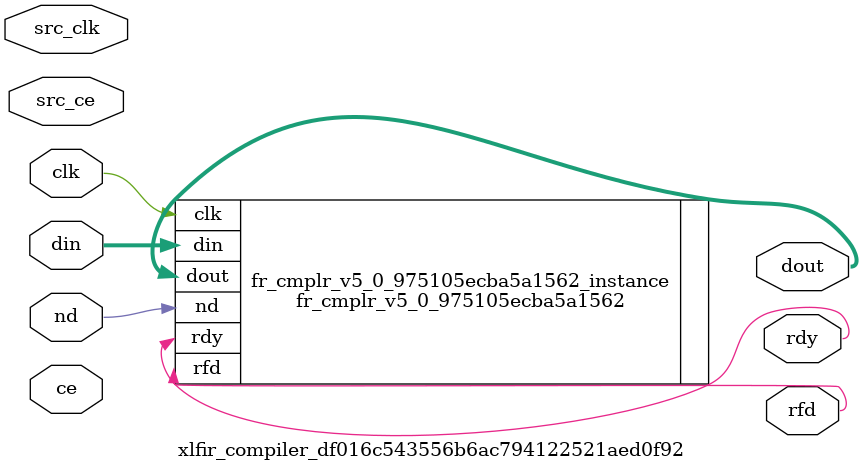
<source format=v>

`ifndef simulating
  `define simulating 1
`endif
// synopsys translate_on
`ifndef simulating
  `define simulating 0
`endif
`ifndef xlUnsigned
 `define xlUnsigned 1
`endif
`ifndef xlSigned
 `define xlSigned 2
`endif
`ifndef xlFloat
 `define xlFloat 3
`endif
`ifndef xlWrap
 `define xlWrap 1
`endif
`ifndef xlSaturate
 `define xlSaturate 2
`endif
`ifndef xlTruncate
 `define xlTruncate 1
`endif
`ifndef xlRound
 `define xlRound 2
`endif
`ifndef xlRoundBanker
 `define xlRoundBanker 3
`endif
`ifndef xlAddMode
 `define xlAddMode 1
`endif
`ifndef xlSubMode
 `define xlSubMode 2
`endif
`ifndef xlConvPkgIncluded
 `define xlConvPkgIncluded 1
`endif

//-----------------------------------------------------------------
// System Generator version 14.6 VERILOG source file.
//
// Copyright(C) 2013 by Xilinx, Inc.  All rights reserved.  This
// text/file contains proprietary, confidential information of Xilinx,
// Inc., is distributed under license from Xilinx, Inc., and may be used,
// copied and/or disclosed only pursuant to the terms of a valid license
// agreement with Xilinx, Inc.  Xilinx hereby grants you a license to use
// this text/file solely for design, simulation, implementation and
// creation of design files limited to Xilinx devices or technologies.
// Use with non-Xilinx devices or technologies is expressly prohibited
// and immediately terminates your license unless covered by a separate
// agreement.
//
// Xilinx is providing this design, code, or information "as is" solely
// for use in developing programs and solutions for Xilinx devices.  By
// providing this design, code, or information as one possible
// implementation of this feature, application or standard, Xilinx is
// making no representation that this implementation is free from any
// claims of infringement.  You are responsible for obtaining any rights
// you may require for your implementation.  Xilinx expressly disclaims
// any warranty whatsoever with respect to the adequacy of the
// implementation, including but not limited to warranties of
// merchantability or fitness for a particular purpose.
//
// Xilinx products are not intended for use in life support appliances,
// devices, or systems.  Use in such applications is expressly prohibited.
//
// Any modifications that are made to the source code are done at the user's
// sole risk and will be unsupported.
//
// This copyright and support notice must be retained as part of this
// text at all times.  (c) Copyright 1995-2013 Xilinx, Inc.  All rights
// reserved.
//-----------------------------------------------------------------
`timescale 1 ns / 10 ps
module srl17e (clk, ce, d, q);
    parameter width = 16;
    parameter latency = 8;
    input clk, ce;
    input [width-1:0] d;
    output [width-1:0] q;
    parameter signed [5:0] a = latency - 2;
    wire[width - 1:0] #0.2 d_delayed;
    wire[width - 1:0] srl16_out;
    genvar i;
    assign d_delayed = d ;
    generate
      for(i=0; i<width; i=i+1)
      begin:reg_array
            if (latency > 1)
                begin: has_2_latency
                 SRL16E u1 (.CLK(clk), .D(d_delayed[i]), .Q(srl16_out[i]), .CE(ce), .A0(a[0]), .A1(a[1]), .A2(a[2]), .A3(a[3]));
                end
            if (latency <= 1)
                begin: has_1_latency
                 assign srl16_out[i] = d_delayed[i];
                end
            if (latency != 0)
                begin: has_latency
                 FDE u2 (.C(clk), .D(srl16_out[i]), .Q(q[i]), .CE(ce));
                end
            if (latency == 0)
                begin:has_0_latency
                 assign q[i] = srl16_out[i];
                end
        end
    endgenerate
endmodule
module synth_reg (i, ce, clr, clk, o);
   parameter width  = 8;
   parameter latency  = 1;
   input[width - 1:0] i;
   input ce,clr,clk;
   output[width - 1:0] o;
   parameter complete_num_srl17es = latency/17;
   parameter remaining_latency = latency%17;
   parameter temp_num_srl17es = (latency/17) + ((latency%17)?1:0);
   parameter num_srl17es = temp_num_srl17es ? temp_num_srl17es : 1;
   wire [width - 1:0] z [0:num_srl17es-1];
   genvar t;
    generate
      if (latency <= 17)
          begin:has_only_1
              srl17e #(width, latency) srl17e_array0(.clk(clk), .ce(ce), .d(i), .q(o));
          end
     endgenerate
    generate
     if (latency > 17)
        begin:has_1
             assign o = z[num_srl17es-1];
             srl17e #(width, 17) srl17e_array0(.clk(clk), .ce(ce), .d(i), .q(z[0]));
        end
   endgenerate
   generate
      if (latency > 17)
          begin:more_than_1
              for (t=1; t < complete_num_srl17es; t=t+1)
                begin:left_complete_ones
                   srl17e #(width, 17) srl17e_array(.clk(clk), .ce(ce), .d(z[t-1]), .q(z[t]));
                end
          end
   endgenerate
   generate
     if ((remaining_latency > 0) && (latency>17))
          begin:remaining_ones
             srl17e #(width, (latency%17)) last_srl17e (.clk(clk), .ce(ce), .d(z[num_srl17es-2]), .q(z[num_srl17es-1]));
          end
   endgenerate
endmodule
module synth_reg_reg (i, ce, clr, clk, o);
   parameter width  = 8;
   parameter latency  = 1;
   input[width - 1:0] i;
   input ce, clr, clk;
   output[width - 1:0] o;
   wire[width - 1:0] o;
   genvar idx;
   reg[width - 1:0] reg_bank [latency:0];
   integer j;
   initial
     begin
        for (j=0; j < latency+1; j=j+1)
          begin
             reg_bank[j] = {width{1'b0}};
          end
     end

   generate
     if (latency == 0)
        begin:has_0_latency
         assign o = i;
       end
   endgenerate

   always @(i)
        begin
             reg_bank[0] = i;
         end
   generate
     if (latency > 0)
        begin:more_than_1
            assign o = reg_bank[latency];
         for (idx=0; idx < latency; idx=idx+1) begin:sync_loop
            always @(posedge clk)
                begin
                 if(clr)
                    begin
                      for (j=0; j < latency+1; j=j+1)
                        begin
                          reg_bank[j] = {width{1'b0}};
                       end
                    end
                 else if (ce)
                    begin
                        reg_bank[idx+1] <= reg_bank[idx] ;
                    end
               end
        end
      end
   endgenerate
endmodule

//-----------------------------------------------------------------
// System Generator version 14.6 VERILOG source file.
//
// Copyright(C) 2013 by Xilinx, Inc.  All rights reserved.  This
// text/file contains proprietary, confidential information of Xilinx,
// Inc., is distributed under license from Xilinx, Inc., and may be used,
// copied and/or disclosed only pursuant to the terms of a valid license
// agreement with Xilinx, Inc.  Xilinx hereby grants you a license to use
// this text/file solely for design, simulation, implementation and
// creation of design files limited to Xilinx devices or technologies.
// Use with non-Xilinx devices or technologies is expressly prohibited
// and immediately terminates your license unless covered by a separate
// agreement.
//
// Xilinx is providing this design, code, or information "as is" solely
// for use in developing programs and solutions for Xilinx devices.  By
// providing this design, code, or information as one possible
// implementation of this feature, application or standard, Xilinx is
// making no representation that this implementation is free from any
// claims of infringement.  You are responsible for obtaining any rights
// you may require for your implementation.  Xilinx expressly disclaims
// any warranty whatsoever with respect to the adequacy of the
// implementation, including but not limited to warranties of
// merchantability or fitness for a particular purpose.
//
// Xilinx products are not intended for use in life support appliances,
// devices, or systems.  Use in such applications is expressly prohibited.
//
// Any modifications that are made to the source code are done at the user's
// sole risk and will be unsupported.
//
// This copyright and support notice must be retained as part of this
// text at all times.  (c) Copyright 1995-2013 Xilinx, Inc.  All rights
// reserved.
//-----------------------------------------------------------------
`timescale 1 ns / 10 ps
module synth_reg_w_init (i, ce, clr, clk, o);
   parameter width  = 8;
   parameter init_index  = 0;
   parameter [width-1 : 0] init_value  = 'b0000;
   parameter latency  = 1;

   input[width - 1:0] i;
   input ce, clr, clk;
   output[width - 1:0] o;
   wire[(latency + 1) * width - 1:0] dly_i;
   wire #0.2 dly_clr;
   genvar index;

   generate
     if (latency == 0)
        begin:has_0_latency
         assign o = i;
        end
     else
        begin:has_latency
         assign dly_i[(latency + 1) * width - 1:latency * width] = i ;
         assign dly_clr = clr ;
         for (index=1; index<=latency; index=index+1)
           begin:fd_array
// synopsys translate_off
             defparam reg_comp_1.width = width;
             defparam reg_comp_1.init_index = init_index;
             defparam reg_comp_1.init_value = init_value;
// synopsys translate_on
             single_reg_w_init #(width, init_index, init_value)
               reg_comp_1(.clk(clk),
                          .i(dly_i[(index + 1)*width-1:index*width]),
                          .o(dly_i[index * width - 1:(index - 1) * width]),
                          .ce(ce),
                          .clr(dly_clr));
             end
        assign o = dly_i[width-1:0];
       end
   endgenerate
endmodule
module single_reg_w_init (i, ce, clr, clk, o);
   parameter width  = 8;
   parameter init_index  = 0;
   parameter [width-1 : 0] init_value  = 8'b00000000;
   input[width - 1:0] i;
   input ce;
   input clr;
   input clk;
   output[width - 1:0] o;
   parameter [0:0] init_index_val = (init_index ==  1) ? 1'b1 : 1'b0;
   parameter [width-1:0] result = (width > 1) ? { {(width-1){1'b0}}, init_index_val } : init_index_val;
   parameter [width-1:0] init_const = (init_index > 1) ? init_value : result;
   wire[width - 1:0] o;
   genvar index;

   generate
     for (index=0;index < width; index=index+1) begin:fd_prim_array
          if (init_const[index] == 0)
            begin:rst_comp
              FDRE fdre_comp(.C(clk),
                             .D(i[index]),
                             .Q(o[index]),
                             .CE(ce),
                             .R(clr));
            end
          else
            begin:set_comp
             FDSE fdse_comp(.C(clk),
                            .D(i[index]),
                            .Q(o[index]),
                            .CE(ce),
                            .S(clr));
            end
    end
   endgenerate
endmodule

//-----------------------------------------------------------------
// System Generator version 14.6 VERILOG source file.
//
// Copyright(C) 2013 by Xilinx, Inc.  All rights reserved.  This
// text/file contains proprietary, confidential information of Xilinx,
// Inc., is distributed under license from Xilinx, Inc., and may be used,
// copied and/or disclosed only pursuant to the terms of a valid license
// agreement with Xilinx, Inc.  Xilinx hereby grants you a license to use
// this text/file solely for design, simulation, implementation and
// creation of design files limited to Xilinx devices or technologies.
// Use with non-Xilinx devices or technologies is expressly prohibited
// and immediately terminates your license unless covered by a separate
// agreement.
//
// Xilinx is providing this design, code, or information "as is" solely
// for use in developing programs and solutions for Xilinx devices.  By
// providing this design, code, or information as one possible
// implementation of this feature, application or standard, Xilinx is
// making no representation that this implementation is free from any
// claims of infringement.  You are responsible for obtaining any rights
// you may require for your implementation.  Xilinx expressly disclaims
// any warranty whatsoever with respect to the adequacy of the
// implementation, including but not limited to warranties of
// merchantability or fitness for a particular purpose.
//
// Xilinx products are not intended for use in life support appliances,
// devices, or systems.  Use in such applications is expressly prohibited.
//
// Any modifications that are made to the source code are done at the user's
// sole risk and will be unsupported.
//
// This copyright and support notice must be retained as part of this
// text at all times.  (c) Copyright 1995-2013 Xilinx, Inc.  All rights
// reserved.
//-----------------------------------------------------------------
`ifndef xlConvPkgIncluded
`include "conv_pkg.v"
`endif
`ifndef xlConvertType
 `define xlConvertType
 `timescale 1 ns / 10 ps
module cast (inp, res);
    parameter signed [31:0] old_width = 4;
    parameter signed [31:0] old_bin_pt = 1;
    parameter signed [31:0] new_width = 4;
    parameter signed [31:0] new_bin_pt = 1;
    parameter signed [31:0] new_arith = `xlSigned;
    input [old_width - 1 : 0] inp;
    output [new_width - 1 : 0] res;

   parameter signed [31:0] right_of_dp = new_bin_pt - old_bin_pt;
    wire [new_width-1:0] result;
   genvar i;
   assign res = result;
   generate
      for (i = 0; i<new_width;  i = i+1)
        begin:cast_loop
           if ((i-right_of_dp) > old_width - 1)
             begin:u0
                if (new_arith == `xlUnsigned)
                  begin:u1
                     assign result[i] = 1'b0;
                  end
                if (new_arith == `xlSigned)
                  begin:u2
                     assign result[i] = inp[old_width-1];
                  end
             end
           else if ((i-right_of_dp) >= 0)
             begin:u3
                assign result[i] = inp[i-right_of_dp];
             end
           else
             begin:u4
                assign result[i] = 1'b0;
             end
        end
      endgenerate

endmodule
module shift_division_result (quotient, fraction, res);
    parameter signed [31:0] q_width = 16;
    parameter signed [31:0] f_width = 16;
    parameter signed [31:0] fraction_width = 8;
    parameter signed [31:0] shift_value = 8;
    parameter signed [31:0] shift_dir = 0;
    parameter signed [31:0] vec_MSB = q_width + f_width - 1;
    parameter signed [31:0] result_MSB = q_width + fraction_width - 1;
    parameter signed [31:0] result_LSB = vec_MSB - result_MSB;
    input [q_width - 1 : 0] quotient;
    input [f_width - 1 : 0] fraction;
    output [result_MSB : 0] res;

    wire [vec_MSB:0] vec;
    wire [vec_MSB:0] temp;
   genvar i;
   assign res = vec[vec_MSB:result_LSB];
   assign temp = { quotient, fraction };
   generate
      if (shift_dir == 1)
      begin:left_shift_loop
         for (i = vec_MSB; i>=0;  i = i-1)
         begin:u0
            if (i < shift_value)
            begin:u1
               assign vec[i] = 1'b0;
            end
            else
            begin:u2
               assign vec[i] = temp[i-shift_value];
             end
         end
      end
      else
      begin:right_shift_loop
         for (i = 0; i <= vec_MSB; i = i+1)
         begin:u3
            if (i > vec_MSB - shift_value)
            begin:u4
               assign vec[i] = temp[vec_MSB];
            end
            else
            begin:u5
               assign vec[i] = temp[i+shift_value];
            end
         end
      end
   endgenerate

endmodule
module shift_op (inp, res);
    parameter signed [31:0] inp_width = 16;
    parameter signed [31:0] result_width = 16;
    parameter signed [31:0] shift_value = 8;
    parameter signed [31:0] shift_dir = 0;
    parameter signed [31:0] vec_MSB = inp_width - 1;
    parameter signed [31:0] result_MSB = result_width - 1;
    parameter signed [31:0] result_LSB = vec_MSB - result_MSB;
    input [vec_MSB : 0] inp;
    output [result_MSB : 0] res;

    wire [vec_MSB:0] vec;
   genvar i;
   assign res = vec[vec_MSB:result_LSB];
   generate
      if (shift_dir == 1)
      begin:left_shift_loop
         for (i = vec_MSB; i>=0;  i = i-1)
         begin:u0
            if (i < shift_value)
            begin:u1
               assign vec[i] = 1'b0;
            end
            else
            begin:u2
               assign vec[i] = inp[i-shift_value];
             end
         end
      end
      else
      begin:right_shift_loop
         for (i = 0; i <= vec_MSB; i = i+1)
         begin:u3
            if (i > vec_MSB - shift_value)
            begin:u4
               assign vec[i] = inp[vec_MSB];
            end
            else
            begin:u5
               assign vec[i] = inp[i+shift_value];
            end
         end
      end
   endgenerate

endmodule
module pad_lsb (inp, res);
   parameter signed [31:0] orig_width = 4;
   parameter signed [31:0] new_width = 2;
   input [orig_width - 1 : 0] inp;
   output [new_width - 1 : 0] res;
   parameter signed [31:0] pad_pos = new_width - orig_width -1;
   wire [new_width-1:0] result;
   genvar i;
   assign  res = result;
   generate
      if (new_width >= orig_width)
        begin:u0
           assign result[new_width-1:new_width-orig_width] = inp[orig_width-1:0];
        end
   endgenerate

   generate
      if (pad_pos >= 0)
        begin:u1
           assign result[pad_pos:0] = {pad_pos{1'b0}};
        end
   endgenerate
endmodule
module zero_ext (inp, res);
   parameter signed [31:0]  old_width = 4;
   parameter signed [31:0]  new_width = 2;
   input [old_width - 1 : 0] inp;
   output [new_width - 1 : 0] res;
   wire [new_width-1:0] result;
   genvar i;
   assign res = result;
   generate
     if (new_width > old_width)
       begin:u0
          assign result = { {(new_width-old_width){1'b0}}, inp};
       end
     else
       begin:u1
          assign result[new_width-1:0] = inp[new_width-1:0];
       end
    endgenerate
endmodule
module sign_ext (inp, res);
   parameter signed [31:0]  old_width = 4;
   parameter signed [31:0]  new_width = 2;
   input [old_width - 1 : 0] inp;
   output [new_width - 1 : 0] res;
   wire [new_width-1:0] result;
   assign res = result;
   generate
     if (new_width > old_width)
       begin:u0
          assign result = { {(new_width-old_width){inp[old_width-1]}}, inp};
       end
     else
       begin:u1
          assign result[new_width-1:0] = inp[new_width-1:0];
       end
   endgenerate

endmodule
module extend_msb (inp, res);
    parameter signed [31:0]  old_width = 4;
    parameter signed [31:0]  new_width = 4;
    parameter signed [31:0]  new_arith = `xlSigned;
    input [old_width - 1 : 0] inp;
    output [new_width - 1 : 0] res;
    wire [new_width-1:0] result;
   assign res = result;
   generate
      if (new_arith ==`xlUnsigned)
        begin:u0
           zero_ext # (old_width, new_width)
             em_zero_ext (.inp(inp), .res(result));
        end
      else
        begin:u1
           sign_ext # (old_width, new_width)
             em_sign_ext (.inp(inp), .res(result));
        end
    endgenerate
endmodule
module align_input (inp, res);
    parameter signed [31:0]  old_width = 4;
    parameter signed [31:0]  delta = 1;
    parameter signed [31:0]  new_arith = `xlSigned;
    parameter signed [31:0]  new_width = 4;
    input [old_width - 1 : 0] inp;
    output [new_width - 1 : 0] res;
    parameter signed [31:0]  abs_delta = (delta >= 0) ? (delta) : (-delta);
    wire [new_width-1:0] result;
    wire [(old_width+abs_delta)-1:0] padded_inp;
   assign res = result;
   generate
      if (delta > 0)
        begin:u0
           pad_lsb # (old_width, old_width+delta)
             ai_pad_lsb (.inp(inp), .res(padded_inp));
           extend_msb # (old_width+delta, new_width, new_arith)
             ai_extend_msb (.inp(padded_inp), .res(result));
        end
      else
        begin:u1
           extend_msb # (old_width, new_width, new_arith)
             ai_extend_msb (.inp(inp), .res(result));
        end
   endgenerate
endmodule
module round_towards_inf (inp, res);
    parameter signed [31:0]  old_width = 4;
    parameter signed [31:0]  old_bin_pt = 2;
    parameter signed [31:0]  old_arith = `xlSigned;
    parameter signed [31:0]  new_width = 4;
    parameter signed [31:0]  new_bin_pt = 1;
    parameter signed [31:0]  new_arith = `xlSigned;
    input [old_width - 1 : 0] inp;
    output [new_width - 1 : 0] res;

   parameter signed [31:0]  right_of_dp = old_bin_pt - new_bin_pt;
   parameter signed [31:0]  abs_right_of_dp = (new_bin_pt > old_bin_pt) ? (new_bin_pt-old_bin_pt) : (old_bin_pt - new_bin_pt);
   parameter signed [31:0]  right_of_dp_2 = (right_of_dp >=2) ? right_of_dp-2 : 0;
   parameter signed [31:0]  right_of_dp_1 = (right_of_dp >=1) ? right_of_dp-1 : 0;
   reg [new_width-1:0] one_or_zero;
   wire [new_width-1:0] truncated_val;
   wire signed [new_width-1:0] result_signed;
   wire [abs_right_of_dp+old_width-1 : 0] padded_val;
   initial
     begin
        one_or_zero = {new_width{1'b0}};
     end
   generate
      if (right_of_dp >= 0)
        begin:u0
           if (new_arith ==`xlUnsigned)
             begin:u1
                zero_ext # (old_width-right_of_dp, new_width)
                  rti_zero_ext (.inp(inp[old_width-1:right_of_dp]), .res(truncated_val));
             end
           else
             begin:u2
                sign_ext # (old_width-right_of_dp, new_width)
                  rti_sign_ext (.inp(inp[old_width-1:right_of_dp]), .res(truncated_val));
             end
        end
      else
        begin:u3
           pad_lsb # (old_width, abs_right_of_dp+old_width)
             rti_pad_lsb (.inp(inp), .res(padded_val));
           if (new_arith ==`xlUnsigned)
             begin:u4
                zero_ext # (abs_right_of_dp+old_width, new_width)
                  rti_zero_ext1 (.inp(padded_val), .res(truncated_val));
             end
           else
             begin:u5
                sign_ext # (abs_right_of_dp+old_width, new_width)
                  rti_sign_ext1 (.inp(padded_val), .res(truncated_val));
             end
        end
   endgenerate
   generate
      if (new_arith == `xlSigned)
        begin:u6
           always @(inp)
             begin
                one_or_zero = {new_width{1'b0}};
               if (inp[old_width-1] == 1'b0)
                 begin
                    one_or_zero[0] = 1'b1;
                 end
               if ((right_of_dp >=2) && (right_of_dp <= old_width))
                 begin
                    if(|inp[right_of_dp_2:0] == 1'b1)
                       begin
                          one_or_zero[0] = 1'b1;
                       end
                 end
               if ((right_of_dp >=1) && (right_of_dp <= old_width))
                 begin
                    if(inp[right_of_dp_1] == 1'b0)
                      begin
                         one_or_zero[0] = 1'b0;
                      end
                 end
               else
                 begin
                    one_or_zero[0] = 1'b0;
                 end
             end
             assign result_signed = truncated_val + one_or_zero;
             assign res = result_signed;
        end

      else
        begin:u7
           always @(inp)
             begin
                one_or_zero = {new_width{1'b0}};
               if ((right_of_dp >=1) && (right_of_dp <= old_width))
                 begin
                    one_or_zero[0] = inp[right_of_dp_1];
                 end
             end
             assign res = truncated_val + one_or_zero;
        end
   endgenerate

endmodule
module round_towards_even (inp, res);
    parameter signed [31:0]  old_width = 4;
    parameter signed [31:0]  old_bin_pt = 2;
    parameter signed [31:0]  old_arith = `xlSigned;
    parameter signed [31:0]  new_width = 4;
    parameter signed [31:0]  new_bin_pt = 1;
    parameter signed [31:0]  new_arith = `xlSigned;
    input [old_width - 1 : 0] inp;
    output [new_width - 1 : 0] res;
   parameter signed [31:0]  right_of_dp = old_bin_pt - new_bin_pt;
   parameter signed [31:0]  abs_right_of_dp = (new_bin_pt > old_bin_pt) ? (new_bin_pt-old_bin_pt) : (old_bin_pt - new_bin_pt);
   parameter signed [31:0]  expected_new_width = old_width - right_of_dp + 1;
   reg [new_width-1:0] one_or_zero;
   wire signed [new_width-1:0] result_signed;
   wire [new_width-1:0] truncated_val;
   wire [abs_right_of_dp+old_width-1 : 0] padded_val;
   initial
     begin
      one_or_zero = { new_width{1'b0}};
     end

   generate
      if (right_of_dp >= 0)
        begin:u0
           if (new_arith == `xlUnsigned)
             begin:u1
                zero_ext # (old_width-right_of_dp, new_width)
                            rte_zero_ext (.inp(inp[old_width-1:right_of_dp]), .res(truncated_val));
             end
           else
             begin:u2
                sign_ext # (old_width-right_of_dp, new_width)
                            rte_sign_ext (.inp(inp[old_width-1:right_of_dp]), .res(truncated_val));
             end
        end

      else
        begin:u3
           pad_lsb # (old_width, abs_right_of_dp+old_width)
                            rte_pad_lsb (.inp(inp), .res(padded_val));
           if (new_arith == `xlUnsigned)
             begin:u4
                zero_ext # (abs_right_of_dp+old_width, new_width)
                            rte_zero_ext1 (.inp(padded_val), .res(truncated_val));
             end
           else
             begin:u5
                sign_ext # (abs_right_of_dp+old_width, new_width)
                            rte_sign_ext1 (.inp(padded_val), .res(truncated_val));
             end
        end
   endgenerate

   generate
      if ((right_of_dp ==1) && (right_of_dp <= old_width))
        begin:u6a
           always @(inp)
             begin
                one_or_zero = { new_width{1'b0}};
                if(inp[right_of_dp-1] == 1'b1)
                  begin
                     one_or_zero[0] = inp[right_of_dp];
                  end
                else
                  begin
                     one_or_zero[0] = inp[right_of_dp-1];
                  end
             end
       end
      else if ((right_of_dp >=2) && (right_of_dp <= old_width))
        begin:u6b
           always @(inp)
             begin
                one_or_zero = { new_width{1'b0}};
                if( (inp[right_of_dp-1] == 'b1) && !(|inp[right_of_dp-2:0]) )
                  begin
                     one_or_zero[0] = inp[right_of_dp];
                  end
                else
                  begin
                     one_or_zero[0] = inp[right_of_dp-1];
                  end
             end
       end
      else
        begin:u7
            always @(inp)
             begin
                one_or_zero = { new_width{1'b0}};
             end
        end
   endgenerate

   generate
      if (new_arith == `xlSigned)
        begin:u8
           assign result_signed = truncated_val + one_or_zero;
           assign res = result_signed;
        end
      else
        begin:u9
           assign res = truncated_val + one_or_zero;
        end
   endgenerate

endmodule
module trunc (inp, res);
    parameter signed [31:0]  old_width = 4;
    parameter signed [31:0]  old_bin_pt = 2;
    parameter signed [31:0]  old_arith = `xlSigned;
    parameter signed [31:0]  new_width = 4;
    parameter signed [31:0]  new_bin_pt = 1;
    parameter signed [31:0]  new_arith = `xlSigned;
    input [old_width - 1 : 0] inp;
    output [new_width - 1 : 0] res;

   parameter signed [31:0]  right_of_dp = old_bin_pt - new_bin_pt;
   parameter signed [31:0]  abs_right_of_dp = (new_bin_pt > old_bin_pt) ? (new_bin_pt-old_bin_pt) : (old_bin_pt - new_bin_pt);
   wire [new_width-1:0] result;
   wire [abs_right_of_dp+old_width-1 : 0] padded_val;
   assign res = result;
   generate
      if (new_bin_pt > old_bin_pt)
        begin:tr_u2
           pad_lsb # (old_width, abs_right_of_dp+old_width)
             tr_pad_lsb (.inp(inp), .res(padded_val));
           extend_msb # (old_width+abs_right_of_dp, new_width, new_arith)
             tr_extend_msb (.inp(padded_val), .res(result));
        end
      else
        begin:tr_u1
           extend_msb # (old_width-right_of_dp, new_width, new_arith)
             tr_extend_msb (.inp(inp[old_width-1:right_of_dp]), .res(result));
        end
   endgenerate

endmodule
module saturation_arith (inp, res);
    parameter signed [31:0]  old_width = 4;
    parameter signed [31:0]  old_bin_pt = 2;
    parameter signed [31:0]  old_arith = `xlSigned;
    parameter signed [31:0]  new_width = 4;
    parameter signed [31:0]  new_bin_pt = 1;
    parameter signed [31:0]  new_arith = `xlSigned;
    input [old_width - 1 : 0] inp;
    output [new_width - 1 : 0] res;
   parameter signed [31:0]  abs_right_of_dp = (new_bin_pt > old_bin_pt) ? (new_bin_pt-old_bin_pt) : (old_bin_pt - new_bin_pt);
   parameter signed [31:0]  abs_width = (new_width > old_width) ? (new_width-old_width) : 1;
   parameter signed [31:0]  abs_new_width = (old_width > new_width) ? new_width : 1;
   reg overflow;
   reg [old_width-1:0] vec;
   reg [new_width-1:0] result;
   assign res = result;
   generate
      if (old_width > new_width)
        begin:sa_u0
           always @ (inp)
             begin
                vec = inp;
                overflow = 1;
                if ( (old_arith == `xlSigned) && (new_arith == `xlSigned) )
                  begin
                    if (~|inp[old_width-1:abs_new_width-1] || &inp[old_width-1:abs_new_width-1])
                     begin
                       overflow = 0;
                     end
                 end

                if ( (old_arith == `xlSigned) && (new_arith == `xlUnsigned))
                   begin
                    if (~|inp[old_width-1 : abs_new_width])
                    begin
                       overflow = 0;
                    end
                end

                if ((old_arith == `xlUnsigned) &&  (new_arith == `xlUnsigned))
                  begin
                    if (~|inp[old_width-1 : abs_new_width])
                     begin
                       overflow = 0;
                     end
                  end

               if ( (old_arith == `xlUnsigned) && (new_arith == `xlSigned))
                 begin
                  if (~|inp[old_width-1:abs_new_width-1] || &inp[old_width-1:abs_new_width-1])
                    begin
                      overflow = 0;
                    end
                 end
               if (overflow == 1)
                 begin
                   if (new_arith == `xlSigned)
                     begin
                       if (inp[old_width-1] == 'b0)
                         begin
                           result = (new_width ==1) ? 1'b0 : {1'b0, {(new_width-1){1'b1}} };
                         end
                      else
                        begin
                          result = (new_width ==1) ? 1'b1 : {1'b1, {(new_width-1){1'b0}} };
                       end
                     end
                   else
                     begin
                       if ((old_arith == `xlSigned) && (inp[old_width-1] == 'b1))
                         begin
                           result = {new_width{1'b0}};
                         end
                       else
                         begin
                           result = {new_width{1'b1}};
                         end
                     end
                 end
               else
                 begin
                    if ( (old_arith == `xlSigned) && (new_arith == `xlUnsigned) && (inp[old_width-1] == 'b1) )
                    begin
                      vec = {old_width{1'b0}};
                    end
                    result = vec[new_width-1:0];
                 end
             end
        end
   endgenerate
   generate
      if (new_width > old_width)
        begin:sa_u1
         always @ (inp)
           begin
            vec = inp;
            if ( (old_arith == `xlSigned) && (new_arith == `xlUnsigned) && (inp[old_width-1] == 1'b1) )
              begin
                vec = {old_width{1'b0}};
              end
              if (new_arith == `xlUnsigned)
                begin
                  result = { {abs_width{1'b0}}, vec};
                end
              else
                begin
                  result = { {abs_width{inp[old_width-1]}}, vec};
                end
           end
       end
   endgenerate

   generate
      if (new_width == old_width)
        begin:sa_u2
         always @ (inp)
           begin
             if ( (old_arith == `xlSigned) && (new_arith == `xlUnsigned) && (inp[old_width-1] == 'b1) )
               begin
                 result = {old_width{1'b0}};
               end
             else
               begin
                 result = inp;
               end
           end
        end
   endgenerate

endmodule
module wrap_arith (inp, res);
    parameter signed [31:0]  old_width = 4;
    parameter signed [31:0]  old_bin_pt = 2;
    parameter signed [31:0]  old_arith = `xlSigned;
    parameter signed [31:0]  new_width = 4;
    parameter signed [31:0]  new_bin_pt = 1;
    parameter signed [31:0]  new_arith = `xlSigned;
    parameter signed [31:0]  result_arith = ((old_arith==`xlSigned)&&(new_arith==`xlUnsigned))? `xlSigned : new_arith;
    input [old_width - 1 : 0] inp;
    output [new_width - 1 : 0] res;
   wire [new_width-1:0] result;
   cast # (old_width, old_bin_pt, new_width, new_bin_pt, result_arith)
     wrap_cast (.inp(inp), .res(result));
   assign res = result;

endmodule
module convert_type (inp, res);
    parameter signed [31:0]  old_width = 4;
    parameter signed [31:0]  old_bin_pt = 2;
    parameter signed [31:0]  old_arith = `xlSigned;
    parameter signed [31:0]  new_width = 4;
    parameter signed [31:0]  new_bin_pt = 1;
    parameter signed [31:0]  new_arith = `xlSigned;
    parameter signed [31:0]  quantization = `xlTruncate;
    parameter signed [31:0]  overflow = `xlWrap;
    input [old_width - 1 : 0] inp;
    output [new_width - 1 : 0] res;

   parameter signed [31:0]  fp_width = old_width + 2;
   parameter signed [31:0]  fp_bin_pt = old_bin_pt;
   parameter signed [31:0]  fp_arith = old_arith;
   parameter signed [31:0]  q_width = fp_width + new_bin_pt - old_bin_pt;
   parameter signed [31:0]  q_bin_pt = new_bin_pt;
   parameter signed [31:0]  q_arith = old_arith;
   wire [fp_width-1:0] full_precision_result;
   wire [new_width-1:0] result;
   wire [q_width-1:0] quantized_result;
   assign res = result;
   cast # (old_width, old_bin_pt, fp_width, fp_bin_pt, fp_arith)
     fp_cast (.inp(inp), .res(full_precision_result));
   generate
      if (quantization == `xlRound)
        begin:ct_u0
           round_towards_inf # (fp_width, fp_bin_pt, fp_arith, q_width, q_bin_pt, q_arith)
             quant_rtf (.inp(full_precision_result), .res(quantized_result));
        end
   endgenerate

   generate
      if (quantization == `xlRoundBanker)
        begin:ct_u1
           round_towards_even # (fp_width, fp_bin_pt, fp_arith, q_width, q_bin_pt, q_arith)
             quant_rte (.inp(full_precision_result), .res(quantized_result));
        end
   endgenerate

   generate
      if (quantization == `xlTruncate)
        begin:ct_u2
           trunc # (fp_width, fp_bin_pt, fp_arith, q_width, q_bin_pt, q_arith)
             quant_tr (.inp(full_precision_result), .res(quantized_result));
        end
   endgenerate

   generate
      if (overflow == `xlSaturate)
        begin:ct_u3
           saturation_arith # (q_width, q_bin_pt, q_arith, new_width, new_bin_pt, new_arith)
            ovflo_sat (.inp(quantized_result), .res(result));
        end
   endgenerate

   generate
      if ((overflow == `xlWrap) || (overflow == 3))
        begin:ct_u4
           wrap_arith # (q_width, q_bin_pt, q_arith, new_width, new_bin_pt, new_arith)
             ovflo_wrap (.inp(quantized_result), .res(result));
        end
   endgenerate

endmodule
`endif


module constant_5e90e4a8ec (
  output [(1 - 1):0] op,
  input clk,
  input ce,
  input clr);
  assign op = 1'b1;
endmodule
 



module xlfir_compiler_df016c543556b6ac794122521aed0f92 (ce,clk,din,dout,nd,rdy,rfd,src_ce,src_clk);

input ce;
input clk;
input[15:0] din;
output[36:0] dout;
input nd;
output rdy;
output rfd;
input src_ce;
input src_clk;
  fr_cmplr_v5_0_975105ecba5a1562 fr_cmplr_v5_0_975105ecba5a1562_instance(
      .clk(clk),
      .din(din),
      .dout(dout),
      .nd(nd),
      .rdy(rdy),
      .rfd(rfd)
    );

 endmodule
 


</source>
